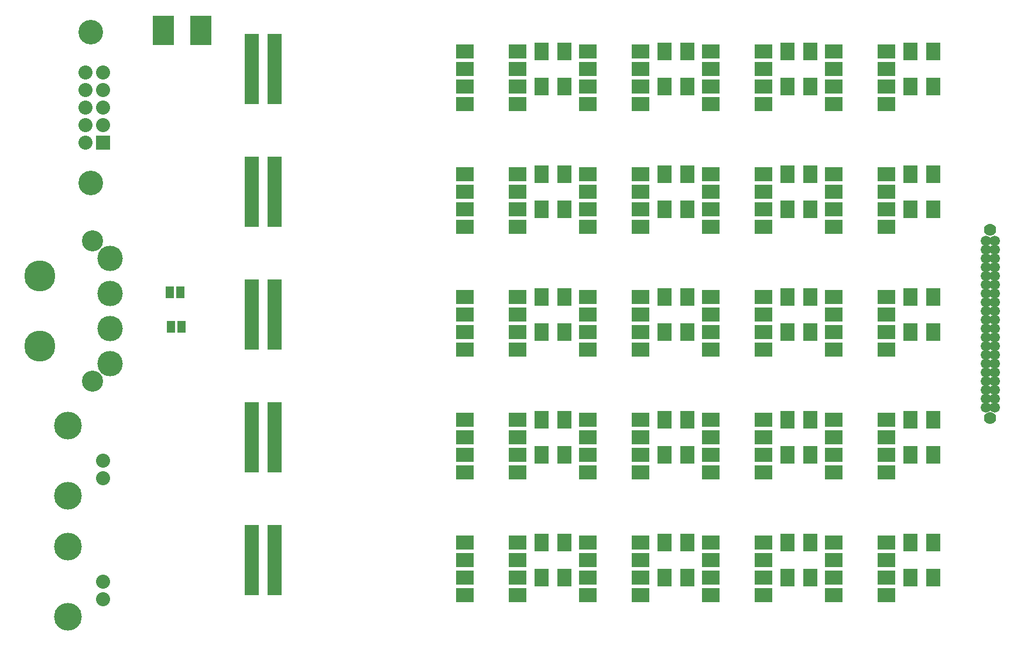
<source format=gbs>
G04 (created by PCBNEW (2013-03-31 BZR 4008)-stable) date 12/04/2013 5:07:08 PM*
%MOIN*%
G04 Gerber Fmt 3.4, Leading zero omitted, Abs format*
%FSLAX34Y34*%
G01*
G70*
G90*
G04 APERTURE LIST*
%ADD10C,2.3622e-006*%
%ADD11C,0.1578*%
%ADD12C,0.08*%
%ADD13R,0.08X0.1*%
%ADD14R,0.045X0.065*%
%ADD15R,0.1X0.08*%
%ADD16R,0.1204X0.1676*%
%ADD17C,0.14*%
%ADD18R,0.08X0.08*%
%ADD19C,0.07*%
%ADD20C,0.0594*%
%ADD21C,0.12*%
%ADD22C,0.1771*%
%ADD23C,0.145*%
G04 APERTURE END LIST*
G54D10*
G54D11*
X10100Y-31700D03*
X10100Y-35700D03*
G54D12*
X12100Y-34700D03*
X12100Y-33700D03*
G54D13*
X58050Y-10350D03*
X59350Y-10350D03*
X20550Y-9850D03*
X21850Y-9850D03*
X37050Y-12350D03*
X38350Y-12350D03*
X51050Y-19350D03*
X52350Y-19350D03*
X37050Y-17350D03*
X38350Y-17350D03*
X44050Y-17350D03*
X45350Y-17350D03*
X58050Y-19350D03*
X59350Y-19350D03*
X37050Y-24350D03*
X38350Y-24350D03*
X51050Y-24350D03*
X52350Y-24350D03*
X44050Y-24350D03*
X45350Y-24350D03*
X20550Y-24850D03*
X21850Y-24850D03*
X37050Y-10350D03*
X38350Y-10350D03*
X51050Y-10350D03*
X52350Y-10350D03*
X44050Y-10350D03*
X45350Y-10350D03*
X20550Y-10850D03*
X21850Y-10850D03*
X20550Y-16850D03*
X21850Y-16850D03*
X51050Y-12350D03*
X52350Y-12350D03*
X44050Y-12350D03*
X45350Y-12350D03*
X58050Y-17350D03*
X59350Y-17350D03*
X20550Y-12850D03*
X21850Y-12850D03*
X20550Y-11850D03*
X21850Y-11850D03*
X58050Y-12350D03*
X59350Y-12350D03*
X58050Y-38350D03*
X59350Y-38350D03*
X20550Y-37850D03*
X21850Y-37850D03*
X44050Y-38350D03*
X45350Y-38350D03*
X37050Y-40350D03*
X38350Y-40350D03*
X58050Y-40350D03*
X59350Y-40350D03*
X20550Y-39850D03*
X21850Y-39850D03*
X20550Y-40850D03*
X21850Y-40850D03*
X44050Y-40350D03*
X45350Y-40350D03*
X20550Y-38850D03*
X21850Y-38850D03*
X37050Y-38350D03*
X38350Y-38350D03*
X58050Y-33350D03*
X59350Y-33350D03*
X37050Y-31350D03*
X38350Y-31350D03*
X20550Y-30850D03*
X21850Y-30850D03*
X44050Y-31350D03*
X45350Y-31350D03*
X44050Y-33350D03*
X45350Y-33350D03*
X51050Y-33350D03*
X52350Y-33350D03*
X37050Y-33350D03*
X38350Y-33350D03*
X20550Y-33850D03*
X21850Y-33850D03*
X51050Y-40350D03*
X52350Y-40350D03*
X51050Y-26350D03*
X52350Y-26350D03*
X44050Y-26350D03*
X45350Y-26350D03*
X20550Y-26850D03*
X21850Y-26850D03*
X58050Y-26350D03*
X59350Y-26350D03*
X20550Y-25850D03*
X21850Y-25850D03*
X44050Y-19350D03*
X45350Y-19350D03*
X20550Y-18850D03*
X21850Y-18850D03*
X51050Y-17350D03*
X52350Y-17350D03*
X20550Y-17850D03*
X21850Y-17850D03*
X20550Y-19850D03*
X21850Y-19850D03*
X37050Y-19350D03*
X38350Y-19350D03*
X20550Y-23850D03*
X21850Y-23850D03*
X58050Y-24350D03*
X59350Y-24350D03*
X37050Y-26350D03*
X38350Y-26350D03*
X20550Y-32850D03*
X21850Y-32850D03*
X51050Y-31350D03*
X52350Y-31350D03*
X58050Y-31350D03*
X59350Y-31350D03*
X20550Y-31850D03*
X21850Y-31850D03*
X51050Y-38350D03*
X52350Y-38350D03*
G54D14*
X16550Y-26050D03*
X15950Y-26050D03*
X15900Y-24100D03*
X16500Y-24100D03*
G54D15*
X42700Y-24350D03*
X42700Y-25350D03*
X42700Y-26350D03*
X42700Y-27350D03*
X39700Y-27350D03*
X39700Y-26350D03*
X39700Y-25350D03*
X39700Y-24350D03*
X49700Y-10350D03*
X49700Y-11350D03*
X49700Y-12350D03*
X49700Y-13350D03*
X46700Y-13350D03*
X46700Y-12350D03*
X46700Y-11350D03*
X46700Y-10350D03*
X35700Y-38350D03*
X35700Y-39350D03*
X35700Y-40350D03*
X35700Y-41350D03*
X32700Y-41350D03*
X32700Y-40350D03*
X32700Y-39350D03*
X32700Y-38350D03*
X49700Y-24350D03*
X49700Y-25350D03*
X49700Y-26350D03*
X49700Y-27350D03*
X46700Y-27350D03*
X46700Y-26350D03*
X46700Y-25350D03*
X46700Y-24350D03*
X49700Y-38350D03*
X49700Y-39350D03*
X49700Y-40350D03*
X49700Y-41350D03*
X46700Y-41350D03*
X46700Y-40350D03*
X46700Y-39350D03*
X46700Y-38350D03*
X42700Y-17350D03*
X42700Y-18350D03*
X42700Y-19350D03*
X42700Y-20350D03*
X39700Y-20350D03*
X39700Y-19350D03*
X39700Y-18350D03*
X39700Y-17350D03*
X49700Y-17350D03*
X49700Y-18350D03*
X49700Y-19350D03*
X49700Y-20350D03*
X46700Y-20350D03*
X46700Y-19350D03*
X46700Y-18350D03*
X46700Y-17350D03*
X42700Y-10350D03*
X42700Y-11350D03*
X42700Y-12350D03*
X42700Y-13350D03*
X39700Y-13350D03*
X39700Y-12350D03*
X39700Y-11350D03*
X39700Y-10350D03*
X35700Y-10350D03*
X35700Y-11350D03*
X35700Y-12350D03*
X35700Y-13350D03*
X32700Y-13350D03*
X32700Y-12350D03*
X32700Y-11350D03*
X32700Y-10350D03*
X56700Y-38350D03*
X56700Y-39350D03*
X56700Y-40350D03*
X56700Y-41350D03*
X53700Y-41350D03*
X53700Y-40350D03*
X53700Y-39350D03*
X53700Y-38350D03*
X35700Y-17350D03*
X35700Y-18350D03*
X35700Y-19350D03*
X35700Y-20350D03*
X32700Y-20350D03*
X32700Y-19350D03*
X32700Y-18350D03*
X32700Y-17350D03*
X56700Y-10350D03*
X56700Y-11350D03*
X56700Y-12350D03*
X56700Y-13350D03*
X53700Y-13350D03*
X53700Y-12350D03*
X53700Y-11350D03*
X53700Y-10350D03*
X56700Y-31350D03*
X56700Y-32350D03*
X56700Y-33350D03*
X56700Y-34350D03*
X53700Y-34350D03*
X53700Y-33350D03*
X53700Y-32350D03*
X53700Y-31350D03*
X35700Y-24350D03*
X35700Y-25350D03*
X35700Y-26350D03*
X35700Y-27350D03*
X32700Y-27350D03*
X32700Y-26350D03*
X32700Y-25350D03*
X32700Y-24350D03*
X42700Y-31350D03*
X42700Y-32350D03*
X42700Y-33350D03*
X42700Y-34350D03*
X39700Y-34350D03*
X39700Y-33350D03*
X39700Y-32350D03*
X39700Y-31350D03*
X56700Y-24350D03*
X56700Y-25350D03*
X56700Y-26350D03*
X56700Y-27350D03*
X53700Y-27350D03*
X53700Y-26350D03*
X53700Y-25350D03*
X53700Y-24350D03*
X42700Y-38350D03*
X42700Y-39350D03*
X42700Y-40350D03*
X42700Y-41350D03*
X39700Y-41350D03*
X39700Y-40350D03*
X39700Y-39350D03*
X39700Y-38350D03*
G54D11*
X10100Y-38600D03*
X10100Y-42600D03*
G54D12*
X12100Y-41600D03*
X12100Y-40600D03*
G54D15*
X35700Y-31350D03*
X35700Y-32350D03*
X35700Y-33350D03*
X35700Y-34350D03*
X32700Y-34350D03*
X32700Y-33350D03*
X32700Y-32350D03*
X32700Y-31350D03*
X56700Y-17350D03*
X56700Y-18350D03*
X56700Y-19350D03*
X56700Y-20350D03*
X53700Y-20350D03*
X53700Y-19350D03*
X53700Y-18350D03*
X53700Y-17350D03*
X49700Y-31350D03*
X49700Y-32350D03*
X49700Y-33350D03*
X49700Y-34350D03*
X46700Y-34350D03*
X46700Y-33350D03*
X46700Y-32350D03*
X46700Y-31350D03*
G54D16*
X15537Y-9150D03*
X17663Y-9150D03*
G54D17*
X11400Y-9250D03*
X11400Y-17850D03*
G54D18*
X12100Y-15550D03*
G54D12*
X11100Y-15550D03*
X12100Y-14550D03*
X11100Y-14550D03*
X12100Y-13550D03*
X11100Y-13550D03*
X12100Y-12550D03*
X11100Y-12550D03*
X12100Y-11550D03*
X11100Y-11550D03*
G54D19*
X62600Y-20525D03*
X62600Y-31275D03*
G54D20*
X62350Y-21650D03*
X62350Y-21150D03*
X62850Y-21150D03*
X62850Y-21650D03*
X62850Y-23150D03*
X62850Y-23650D03*
X62850Y-22650D03*
X62850Y-22150D03*
X62350Y-22150D03*
X62350Y-22650D03*
X62350Y-23650D03*
X62350Y-23150D03*
X62850Y-28650D03*
X62850Y-29150D03*
X62850Y-30150D03*
X62850Y-29650D03*
X62350Y-29650D03*
X62350Y-30150D03*
X62350Y-29150D03*
X62350Y-28650D03*
X62350Y-30650D03*
X62850Y-30650D03*
X62850Y-28150D03*
X62350Y-28150D03*
X62350Y-25150D03*
X62350Y-25650D03*
X62350Y-24650D03*
X62350Y-24150D03*
X62350Y-26150D03*
X62350Y-26650D03*
X62350Y-27650D03*
X62350Y-27150D03*
X62850Y-27150D03*
X62850Y-27650D03*
X62850Y-26650D03*
X62850Y-26150D03*
X62850Y-24150D03*
X62850Y-24650D03*
X62850Y-25650D03*
X62850Y-25150D03*
G54D21*
X11500Y-21150D03*
X11500Y-29150D03*
G54D22*
X8500Y-23150D03*
G54D23*
X12500Y-26150D03*
X12500Y-24150D03*
X12500Y-28150D03*
X12500Y-22150D03*
G54D22*
X8500Y-27150D03*
M02*

</source>
